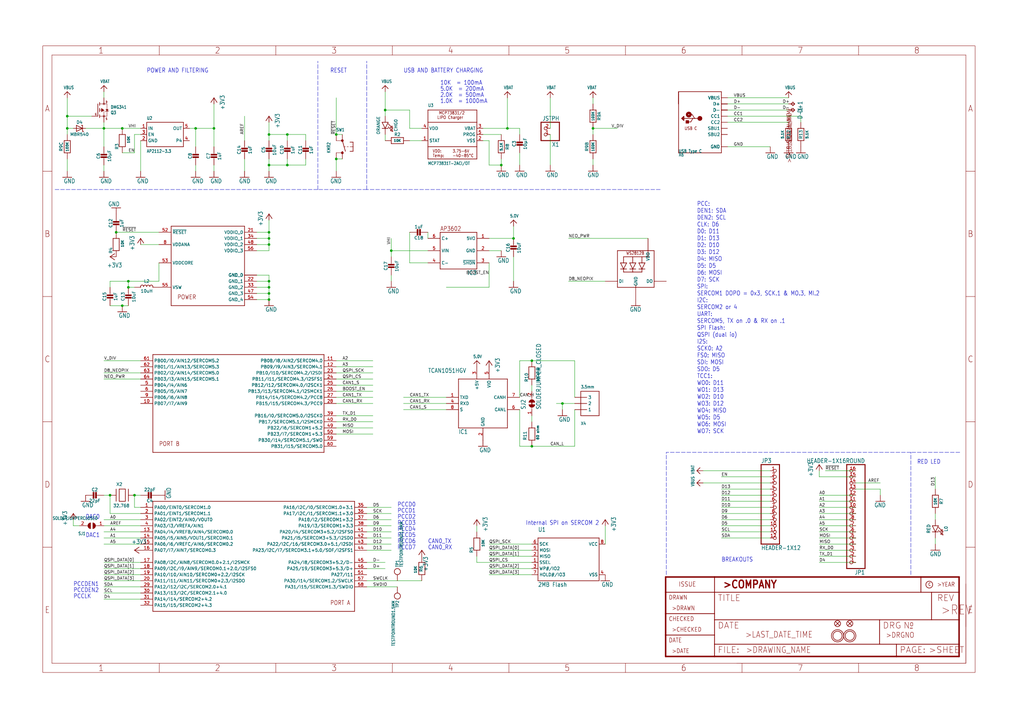
<source format=kicad_sch>
(kicad_sch (version 20211123) (generator eeschema)
  (paper "User" 425.45 299.161)
  (junction (at 119.38 68.58))
  (junction (at 111.76 55.88))
  (junction (at 53.34 119.38))
  (junction (at 111.76 124.46))
  (junction (at 111.76 119.38))
  (junction (at 53.34 116.84))
  (junction (at 119.38 55.88))
  (junction (at 48.26 96.52))
  (junction (at 111.76 96.52))
  (junction (at 111.76 116.84))
  (junction (at 208.28 68.58))
  (junction (at 27.94 53.34))
  (junction (at 111.76 99.06))
  (junction (at 45.72 205.74))
  (junction (at 55.88 205.74))
  (junction (at 139.7 55.88))
  (junction (at 162.56 104.14))
  (junction (at 246.38 53.34))
  (junction (at 220.98 185.42))
  (junction (at 43.18 53.34))
  (junction (at 220.98 149.86))
  (junction (at 213.36 99.06))
  (junction (at 111.76 121.92))
  (junction (at 27.94 48.26))
  (junction (at 160.02 45.72))
  (junction (at 210.82 53.34))
  (junction (at 88.9 53.34))
  (junction (at 111.76 68.58))
  (junction (at 50.8 53.34))
  (junction (at 233.68 167.64))
  (junction (at 81.28 53.34))
  (junction (at 111.76 101.6))
  (junction (at 139.7 66.04))
  (junction (at 50.8 127))
  (wire (pts (xy 220.98 175.26) (xy 220.98 172.72)))
  (wire (pts (xy 53.34 127) (xy 50.8 127)))
  (wire (pts (xy 88.9 53.34) (xy 88.9 60.96)))
  (wire (pts (xy 139.7 160.02) (xy 154.94 160.02)))
  (wire (pts (xy 111.76 124.46) (xy 111.76 121.92)))
  (wire (pts (xy 58.42 58.42) (xy 58.42 71.12)))
  (wire (pts (xy 238.76 149.86) (xy 238.76 165.1)))
  (wire (pts (xy 365.76 203.2) (xy 365.76 205.74)))
  (wire (pts (xy 53.34 116.84) (xy 53.34 119.38)))
  (wire (pts (xy 160.02 48.26) (xy 160.02 45.72)))
  (wire (pts (xy 238.76 167.64) (xy 233.68 167.64)))
  (wire (pts (xy 152.4 215.9) (xy 162.56 215.9)))
  (wire (pts (xy 152.4 233.68) (xy 160.02 233.68)))
  (wire (pts (xy 299.72 223.52) (xy 320.04 223.52)))
  (wire (pts (xy 43.18 218.44) (xy 58.42 218.44)))
  (wire (pts (xy 213.36 99.06) (xy 213.36 93.98)))
  (wire (pts (xy 203.2 228.6) (xy 220.98 228.6)))
  (polyline (pts (xy 276.86 238.76) (xy 276.86 187.96)))
  (wire (pts (xy 139.7 154.94) (xy 154.94 154.94)))
  (wire (pts (xy 228.6 40.64) (xy 228.6 53.34)))
  (wire (pts (xy 160.02 45.72) (xy 170.18 45.72)))
  (wire (pts (xy 66.04 116.84) (xy 66.04 109.22)))
  (polyline (pts (xy 398.78 187.96) (xy 378.46 187.96)))
  (wire (pts (xy 332.74 48.26) (xy 332.74 50.8)))
  (wire (pts (xy 45.72 116.84) (xy 45.72 119.38)))
  (wire (pts (xy 220.98 185.42) (xy 238.76 185.42)))
  (wire (pts (xy 340.36 231.14) (xy 355.6 231.14)))
  (polyline (pts (xy 378.46 187.96) (xy 276.86 187.96)))
  (wire (pts (xy 111.76 71.12) (xy 111.76 68.58)))
  (wire (pts (xy 66.04 96.52) (xy 48.26 96.52)))
  (wire (pts (xy 203.2 68.58) (xy 208.28 68.58)))
  (wire (pts (xy 139.7 167.64) (xy 154.94 167.64)))
  (wire (pts (xy 106.68 101.6) (xy 111.76 101.6)))
  (wire (pts (xy 101.6 58.42) (xy 101.6 48.26)))
  (wire (pts (xy 139.7 40.64) (xy 139.7 55.88)))
  (wire (pts (xy 320.04 203.2) (xy 299.72 203.2)))
  (wire (pts (xy 58.42 243.84) (xy 43.18 243.84)))
  (wire (pts (xy 213.36 106.68) (xy 213.36 116.84)))
  (wire (pts (xy 302.26 50.8) (xy 327.66 50.8)))
  (wire (pts (xy 238.76 170.18) (xy 238.76 185.42)))
  (wire (pts (xy 139.7 162.56) (xy 154.94 162.56)))
  (wire (pts (xy 170.18 53.34) (xy 175.26 53.34)))
  (wire (pts (xy 160.02 38.1) (xy 160.02 45.72)))
  (wire (pts (xy 320.04 200.66) (xy 292.1 200.66)))
  (wire (pts (xy 139.7 177.8) (xy 154.94 177.8)))
  (wire (pts (xy 302.26 48.26) (xy 332.74 48.26)))
  (wire (pts (xy 106.68 114.3) (xy 111.76 114.3)))
  (wire (pts (xy 43.18 68.58) (xy 43.18 71.12)))
  (wire (pts (xy 55.88 210.82) (xy 58.42 210.82)))
  (wire (pts (xy 327.66 40.64) (xy 302.26 40.64)))
  (wire (pts (xy 58.42 220.98) (xy 43.18 220.98)))
  (wire (pts (xy 220.98 162.56) (xy 220.98 160.02)))
  (wire (pts (xy 139.7 157.48) (xy 154.94 157.48)))
  (wire (pts (xy 139.7 175.26) (xy 154.94 175.26)))
  (wire (pts (xy 152.4 241.3) (xy 175.26 241.3)))
  (wire (pts (xy 88.9 68.58) (xy 88.9 71.12)))
  (wire (pts (xy 198.12 233.68) (xy 220.98 233.68)))
  (wire (pts (xy 106.68 96.52) (xy 111.76 96.52)))
  (wire (pts (xy 388.62 213.36) (xy 388.62 215.9)))
  (wire (pts (xy 162.56 213.36) (xy 152.4 213.36)))
  (wire (pts (xy 233.68 167.64) (xy 233.68 170.18)))
  (wire (pts (xy 55.88 205.74) (xy 55.88 210.82)))
  (wire (pts (xy 208.28 104.14) (xy 203.2 104.14)))
  (wire (pts (xy 162.56 104.14) (xy 162.56 99.06)))
  (wire (pts (xy 101.6 66.04) (xy 101.6 71.12)))
  (wire (pts (xy 299.72 198.12) (xy 320.04 198.12)))
  (wire (pts (xy 170.18 109.22) (xy 170.18 96.52)))
  (wire (pts (xy 340.36 233.68) (xy 355.6 233.68)))
  (wire (pts (xy 45.72 127) (xy 50.8 127)))
  (wire (pts (xy 139.7 152.4) (xy 154.94 152.4)))
  (wire (pts (xy 302.26 43.18) (xy 327.66 43.18)))
  (wire (pts (xy 215.9 55.88) (xy 215.9 53.34)))
  (wire (pts (xy 139.7 149.86) (xy 154.94 149.86)))
  (wire (pts (xy 355.6 203.2) (xy 365.76 203.2)))
  (wire (pts (xy 43.18 50.8) (xy 43.18 53.34)))
  (wire (pts (xy 119.38 58.42) (xy 119.38 55.88)))
  (wire (pts (xy 251.46 218.44) (xy 251.46 226.06)))
  (wire (pts (xy 27.94 71.12) (xy 27.94 66.04)))
  (wire (pts (xy 38.1 48.26) (xy 27.94 48.26)))
  (wire (pts (xy 58.42 101.6) (xy 66.04 101.6)))
  (wire (pts (xy 355.6 205.74) (xy 340.36 205.74)))
  (wire (pts (xy 320.04 208.28) (xy 299.72 208.28)))
  (wire (pts (xy 50.8 63.5) (xy 55.88 63.5)))
  (wire (pts (xy 167.64 167.64) (xy 185.42 167.64)))
  (wire (pts (xy 215.9 53.34) (xy 210.82 53.34)))
  (wire (pts (xy 340.36 213.36) (xy 355.6 213.36)))
  (wire (pts (xy 43.18 241.3) (xy 58.42 241.3)))
  (wire (pts (xy 355.6 223.52) (xy 340.36 223.52)))
  (wire (pts (xy 58.42 213.36) (xy 45.72 213.36)))
  (wire (pts (xy 139.7 165.1) (xy 154.94 165.1)))
  (wire (pts (xy 198.12 231.14) (xy 198.12 233.68)))
  (wire (pts (xy 111.76 99.06) (xy 111.76 101.6)))
  (wire (pts (xy 111.76 58.42) (xy 111.76 55.88)))
  (wire (pts (xy 340.36 198.12) (xy 355.6 198.12)))
  (wire (pts (xy 58.42 154.94) (xy 43.18 154.94)))
  (wire (pts (xy 160.02 55.88) (xy 160.02 58.42)))
  (wire (pts (xy 162.56 218.44) (xy 152.4 218.44)))
  (wire (pts (xy 111.76 55.88) (xy 111.76 50.8)))
  (wire (pts (xy 139.7 172.72) (xy 154.94 172.72)))
  (wire (pts (xy 27.94 48.26) (xy 27.94 40.64)))
  (wire (pts (xy 162.56 116.84) (xy 162.56 114.3)))
  (wire (pts (xy 55.88 205.74) (xy 58.42 205.74)))
  (wire (pts (xy 106.68 119.38) (xy 111.76 119.38)))
  (wire (pts (xy 220.98 231.14) (xy 203.2 231.14)))
  (wire (pts (xy 43.18 53.34) (xy 43.18 60.96)))
  (wire (pts (xy 88.9 53.34) (xy 88.9 43.18)))
  (wire (pts (xy 292.1 195.58) (xy 320.04 195.58)))
  (wire (pts (xy 43.18 236.22) (xy 58.42 236.22)))
  (wire (pts (xy 355.6 200.66) (xy 365.76 200.66)))
  (wire (pts (xy 215.9 185.42) (xy 215.9 170.18)))
  (wire (pts (xy 215.9 63.5) (xy 215.9 68.58)))
  (wire (pts (xy 340.36 218.44) (xy 355.6 218.44)))
  (wire (pts (xy 119.38 55.88) (xy 127 55.88)))
  (polyline (pts (xy 132.08 78.74) (xy 132.08 25.4)))
  (wire (pts (xy 66.04 116.84) (xy 53.34 116.84)))
  (wire (pts (xy 340.36 208.28) (xy 355.6 208.28)))
  (wire (pts (xy 320.04 213.36) (xy 299.72 213.36)))
  (wire (pts (xy 177.8 99.06) (xy 177.8 96.52)))
  (wire (pts (xy 220.98 185.42) (xy 215.9 185.42)))
  (wire (pts (xy 111.76 114.3) (xy 111.76 116.84)))
  (polyline (pts (xy 152.4 78.74) (xy 132.08 78.74)))
  (wire (pts (xy 139.7 180.34) (xy 154.94 180.34)))
  (wire (pts (xy 388.62 223.52) (xy 388.62 226.06)))
  (wire (pts (xy 139.7 71.12) (xy 139.7 66.04)))
  (wire (pts (xy 81.28 68.58) (xy 81.28 71.12)))
  (wire (pts (xy 58.42 223.52) (xy 43.18 223.52)))
  (wire (pts (xy 200.66 55.88) (xy 208.28 55.88)))
  (wire (pts (xy 246.38 40.64) (xy 246.38 43.18)))
  (wire (pts (xy 33.02 218.44) (xy 30.48 218.44)))
  (wire (pts (xy 299.72 210.82) (xy 320.04 210.82)))
  (wire (pts (xy 388.62 203.2) (xy 388.62 198.12)))
  (wire (pts (xy 200.66 58.42) (xy 203.2 58.42)))
  (wire (pts (xy 246.38 53.34) (xy 256.54 53.34)))
  (wire (pts (xy 55.88 55.88) (xy 58.42 55.88)))
  (wire (pts (xy 119.38 55.88) (xy 111.76 55.88)))
  (wire (pts (xy 43.18 38.1) (xy 43.18 40.64)))
  (wire (pts (xy 152.4 220.98) (xy 162.56 220.98)))
  (wire (pts (xy 111.76 68.58) (xy 111.76 66.04)))
  (wire (pts (xy 43.18 205.74) (xy 45.72 205.74)))
  (wire (pts (xy 111.76 119.38) (xy 111.76 116.84)))
  (wire (pts (xy 111.76 116.84) (xy 106.68 116.84)))
  (wire (pts (xy 299.72 205.74) (xy 320.04 205.74)))
  (wire (pts (xy 58.42 215.9) (xy 43.18 215.9)))
  (wire (pts (xy 210.82 40.64) (xy 210.82 53.34)))
  (wire (pts (xy 30.48 218.44) (xy 30.48 215.9)))
  (wire (pts (xy 127 68.58) (xy 119.38 68.58)))
  (polyline (pts (xy 378.46 238.76) (xy 378.46 187.96)))
  (wire (pts (xy 162.56 228.6) (xy 152.4 228.6)))
  (wire (pts (xy 165.1 243.84) (xy 152.4 243.84)))
  (wire (pts (xy 220.98 236.22) (xy 203.2 236.22)))
  (wire (pts (xy 320.04 218.44) (xy 299.72 218.44)))
  (wire (pts (xy 106.68 124.46) (xy 111.76 124.46)))
  (wire (pts (xy 35.56 53.34) (xy 43.18 53.34)))
  (wire (pts (xy 106.68 99.06) (xy 111.76 99.06)))
  (wire (pts (xy 58.42 248.92) (xy 43.18 248.92)))
  (wire (pts (xy 203.2 99.06) (xy 213.36 99.06)))
  (wire (pts (xy 127 55.88) (xy 127 58.42)))
  (wire (pts (xy 152.4 210.82) (xy 162.56 210.82)))
  (wire (pts (xy 55.88 63.5) (xy 55.88 55.88)))
  (wire (pts (xy 43.18 246.38) (xy 58.42 246.38)))
  (wire (pts (xy 228.6 68.58) (xy 228.6 55.88)))
  (wire (pts (xy 111.76 99.06) (xy 111.76 96.52)))
  (wire (pts (xy 269.24 99.06) (xy 236.22 99.06)))
  (wire (pts (xy 106.68 104.14) (xy 111.76 104.14)))
  (wire (pts (xy 299.72 215.9) (xy 320.04 215.9)))
  (wire (pts (xy 185.42 165.1) (xy 167.64 165.1)))
  (wire (pts (xy 233.68 167.64) (xy 231.14 167.64)))
  (wire (pts (xy 111.76 96.52) (xy 111.76 91.44)))
  (polyline (pts (xy 22.86 78.74) (xy 132.08 78.74)))
  (wire (pts (xy 50.8 53.34) (xy 43.18 53.34)))
  (wire (pts (xy 251.46 116.84) (xy 236.22 116.84)))
  (wire (pts (xy 43.18 238.76) (xy 58.42 238.76)))
  (wire (pts (xy 81.28 60.96) (xy 81.28 53.34)))
  (wire (pts (xy 58.42 53.34) (xy 50.8 53.34)))
  (wire (pts (xy 139.7 55.88) (xy 142.24 55.88)))
  (wire (pts (xy 58.42 233.68) (xy 43.18 233.68)))
  (wire (pts (xy 170.18 58.42) (xy 175.26 58.42)))
  (wire (pts (xy 27.94 53.34) (xy 27.94 48.26)))
  (wire (pts (xy 320.04 60.96) (xy 302.26 60.96)))
  (wire (pts (xy 119.38 68.58) (xy 111.76 68.58)))
  (wire (pts (xy 142.24 66.04) (xy 139.7 66.04)))
  (wire (pts (xy 30.48 53.34) (xy 27.94 53.34)))
  (wire (pts (xy 246.38 68.58) (xy 246.38 66.04)))
  (wire (pts (xy 203.2 58.42) (xy 203.2 68.58)))
  (wire (pts (xy 208.28 66.04) (xy 208.28 68.58)))
  (wire (pts (xy 119.38 68.58) (xy 119.38 66.04)))
  (wire (pts (xy 355.6 195.58) (xy 342.9 195.58)))
  (wire (pts (xy 220.98 149.86) (xy 238.76 149.86)))
  (wire (pts (xy 162.56 223.52) (xy 152.4 223.52)))
  (wire (pts (xy 152.4 236.22) (xy 160.02 236.22)))
  (wire (pts (xy 111.76 104.14) (xy 111.76 101.6)))
  (wire (pts (xy 43.18 226.06) (xy 58.42 226.06)))
  (wire (pts (xy 55.88 119.38) (xy 53.34 119.38)))
  (wire (pts (xy 246.38 53.34) (xy 246.38 55.88)))
  (wire (pts (xy 215.9 149.86) (xy 215.9 165.1)))
  (wire (pts (xy 58.42 149.86) (xy 43.18 149.86)))
  (wire (pts (xy 302.26 45.72) (xy 327.66 45.72)))
  (wire (pts (xy 81.28 53.34) (xy 88.9 53.34)))
  (wire (pts (xy 355.6 220.98) (xy 340.36 220.98)))
  (wire (pts (xy 340.36 195.58) (xy 340.36 198.12)))
  (wire (pts (xy 220.98 149.86) (xy 215.9 149.86)))
  (wire (pts (xy 127 66.04) (xy 127 68.58)))
  (wire (pts (xy 320.04 220.98) (xy 299.72 220.98)))
  (wire (pts (xy 152.4 226.06) (xy 162.56 226.06)))
  (wire (pts (xy 58.42 157.48) (xy 43.18 157.48)))
  (wire (pts (xy 53.34 116.84) (xy 45.72 116.84)))
  (wire (pts (xy 177.8 104.14) (xy 162.56 104.14)))
  (wire (pts (xy 45.72 213.36) (xy 45.72 205.74)))
  (wire (pts (xy 162.56 104.14) (xy 162.56 106.68)))
  (wire (pts (xy 177.8 109.22) (xy 170.18 109.22)))
  (wire (pts (xy 198.12 218.44) (xy 198.12 220.98)))
  (wire (pts (xy 106.68 121.92) (xy 111.76 121.92)))
  (wire (pts (xy 78.74 53.34) (xy 81.28 53.34)))
  (wire (pts (xy 220.98 226.06) (xy 203.2 226.06)))
  (wire (pts (xy 203.2 109.22) (xy 203.2 119.38)))
  (wire (pts (xy 355.6 228.6) (xy 340.36 228.6)))
  (wire (pts (xy 355.6 210.82) (xy 340.36 210.82)))
  (wire (pts (xy 27.94 55.88) (xy 27.94 53.34)))
  (wire (pts (xy 203.2 238.76) (xy 220.98 238.76)))
  (wire (pts (xy 111.76 121.92) (xy 111.76 119.38)))
  (wire (pts (xy 210.82 53.34) (xy 200.66 53.34)))
  (wire (pts (xy 203.2 119.38) (xy 185.42 119.38)))
  (wire (pts (xy 340.36 226.06) (xy 355.6 226.06)))
  (polyline (pts (xy 274.32 78.74) (xy 152.4 78.74)))
  (wire (pts (xy 355.6 215.9) (xy 340.36 215.9)))
  (wire (pts (xy 167.64 170.18) (xy 185.42 170.18)))
  (polyline (pts (xy 152.4 78.74) (xy 152.4 25.4)))
  (wire (pts (xy 170.18 45.72) (xy 170.18 53.34)))
  (text "USB AND BATTERY CHARGING" (at 167.64 30.48 180) (effects (font (size 1.778 1.5113)) (justify left bottom)))
  (text "PCCD0" (at 165.1 210.82 180) (effects (font (size 1.778 1.5113)) (justify left bottom)))
  (text "POWER AND FILTERING" (at 60.96 30.48 180) (effects (font (size 1.778 1.5113)) (justify left bottom)))
  (text "1.0K  = 1000mA" (at 182.88 43.18 180) (effects (font (size 1.778 1.5113)) (justify left bottom)))
  (text "PCCD7" (at 165.1 228.6 180) (effects (font (size 1.778 1.5113)) (justify left bottom)))
  (text "PCCD3" (at 165.1 218.44 180) (effects (font (size 1.778 1.5113)) (justify left bottom)))
  (text "Internal SPI on SERCOM 2" (at 218.44 218.44 180) (effects (font (size 1.778 1.5113)) (justify left bottom)))
  (text "CAN0_RX" (at 177.8 228.6 180) (effects (font (size 1.778 1.5113)) (justify left bottom)))
  (text "PCCD6" (at 165.1 226.06 180) (effects (font (size 1.778 1.5113)) (justify left bottom)))
  (text "PCCD5" (at 165.1 223.52 180) (effects (font (size 1.778 1.5113)) (justify left bottom)))
  (text "PCCD2" (at 165.1 215.9 180) (effects (font (size 1.778 1.5113)) (justify left bottom)))
  (text "PCCDEN1" (at 30.48 243.84 180) (effects (font (size 1.778 1.5113)) (justify left bottom)))
  (text "PCCLK" (at 30.48 248.92 180) (effects (font (size 1.778 1.5113)) (justify left bottom)))
  (text "BREAKOUTS" (at 299.72 233.68 180) (effects (font (size 1.778 1.5113)) (justify left bottom)))
  (text "DAC1" (at 35.56 223.52 180) (effects (font (size 1.778 1.5113)) (justify left bottom)))
  (text "10K  = 100mA" (at 182.88 35.56 180) (effects (font (size 1.778 1.5113)) (justify left bottom)))
  (text "2.0K  = 500mA" (at 182.88 40.64 180) (effects (font (size 1.778 1.5113)) (justify left bottom)))
  (text "CAN0_TX" (at 177.8 226.06 180) (effects (font (size 1.778 1.5113)) (justify left bottom)))
  (text "PCCD1" (at 165.1 213.36 180) (effects (font (size 1.778 1.5113)) (justify left bottom)))
  (text "RED LED" (at 381 193.04 180) (effects (font (size 1.778 1.5113)) (justify left bottom)))
  (text "DAC0" (at 35.56 215.9 180) (effects (font (size 1.778 1.5113)) (justify left bottom)))
  (text "5.0K  = 200mA" (at 182.88 38.1 180) (effects (font (size 1.778 1.5113)) (justify left bottom)))
  (text "RESET" (at 137.16 30.48 180) (effects (font (size 1.778 1.5113)) (justify left bottom)))
  (text "PCCD4" (at 165.1 220.98 180) (effects (font (size 1.778 1.5113)) (justify left bottom)))
  (text "PCC:\nDEN1: SDA\nDEN2: SCL\nCLK: D6\nD0: D11\nD1: D13\nD2: D10\nD3: D12\nD4: MISO\nD5: D5\nD6: MOSI\nD7: SCK\nSPI:\nSERCOM1 DOPO = 0x3, SCK.1 & MO.3, MI.2\nI2C:\nSERCOM2 or 4\nUART:\nSERCOM5, TX on .0 & RX on .1\nSPI Flash:\nQSPI (dual io)\nI2S:\nSCK0: A2\nFS0: MISO\nSDI: MOSI\nSDO: D5\nTCC1:\nWO0: D11\nWO1: D13\nWO2: D10\nWO3: D12\nWO4: MISO\nWO5: D5\nWO6: MOSI\nWO7: SCK" (at 289.56 180.34 180) (effects (font (size 1.778 1.5113)) (justify left bottom)))
  (text "PCCDEN2" (at 30.48 246.38 180) (effects (font (size 1.778 1.5113)) (justify left bottom)))
  (label "AREF" (at 360.68 200.66 0) (effects (font (size 1.2446 1.2446))))
  (label "D-" (at 304.8 45.72 0) (effects (font (size 1.2446 1.2446))))
  (label "CAN1_S" (at 142.24 160.02 0) (effects (font (size 1.2446 1.2446))))
  (label "QSPI_DATA[2]" (at 203.2 236.22 0) (effects (font (size 1.2446 1.2446))))
  (label "BOOST_EN" (at 142.24 162.56 0) (effects (font (size 1.2446 1.2446))))
  (label "~{RESET}" (at 139.7 55.88 90) (effects (font (size 1.2446 1.2446))))
  (label "MOSI" (at 142.24 180.34 0) (effects (font (size 1.2446 1.2446))))
  (label "VBUS" (at 304.8 40.64 0) (effects (font (size 1.2446 1.2446))))
  (label "QSPI_DATA[0]" (at 43.18 233.68 0) (effects (font (size 1.2446 1.2446))))
  (label "NEO_PWR" (at 43.18 157.48 0) (effects (font (size 1.2446 1.2446))))
  (label "D+" (at 154.94 236.22 0) (effects (font (size 1.2446 1.2446))))
  (label "QSPI_DATA[1]" (at 43.18 236.22 0) (effects (font (size 1.2446 1.2446))))
  (label "D6" (at 299.72 215.9 0) (effects (font (size 1.2446 1.2446))))
  (label "CAN_L" (at 228.6 185.42 0) (effects (font (size 1.2446 1.2446))))
  (label "D12" (at 154.94 226.06 0) (effects (font (size 1.2446 1.2446))))
  (label "D4" (at 340.36 233.68 0) (effects (font (size 1.2446 1.2446))))
  (label "SCK" (at 154.94 213.36 0) (effects (font (size 1.2446 1.2446))))
  (label "D8_NEOPIX" (at 236.22 116.84 0) (effects (font (size 1.2446 1.2446))))
  (label "~{RESET}" (at 50.8 96.52 0) (effects (font (size 1.2446 1.2446))))
  (label "D13" (at 299.72 203.2 0) (effects (font (size 1.2446 1.2446))))
  (label "A4" (at 340.36 215.9 0) (effects (font (size 1.2446 1.2446))))
  (label "CAN_H" (at 215.9 165.1 0) (effects (font (size 1.2446 1.2446))))
  (label "QSPI_CS" (at 142.24 157.48 0) (effects (font (size 1.2446 1.2446))))
  (label "SWCLK" (at 154.94 241.3 0) (effects (font (size 1.2446 1.2446))))
  (label "AREF" (at 45.72 218.44 0) (effects (font (size 1.2446 1.2446))))
  (label "QSPI_SCK" (at 203.2 226.06 0) (effects (font (size 1.2446 1.2446))))
  (label "EN" (at 299.72 198.12 0) (effects (font (size 1.2446 1.2446))))
  (label "BOOST_EN" (at 203.2 114.3 180) (effects (font (size 1.2446 1.2446))))
  (label "V_DIV" (at 254 53.34 0) (effects (font (size 1.2446 1.2446))))
  (label "D8_NEOPIX" (at 43.18 154.94 0) (effects (font (size 1.2446 1.2446))))
  (label "QSPI_DATA[2]" (at 43.18 238.76 0) (effects (font (size 1.2446 1.2446))))
  (label "VHI" (at 162.56 101.6 90) (effects (font (size 1.2446 1.2446))))
  (label "EN" (at 53.34 63.5 0) (effects (font (size 1.2446 1.2446))))
  (label "SDA" (at 43.18 243.84 0) (effects (font (size 1.2446 1.2446))))
  (label "SDA" (at 299.72 223.52 0) (effects (font (size 1.2446 1.2446))))
  (label "V_DIV" (at 43.18 149.86 0) (effects (font (size 1.2446 1.2446))))
  (label "D9" (at 299.72 213.36 0) (effects (font (size 1.2446 1.2446))))
  (label "SCL" (at 299.72 220.98 0) (effects (font (size 1.2446 1.2446))))
  (label "D11" (at 299.72 208.28 0) (effects (font (size 1.2446 1.2446))))
  (label "QSPI_DATA[0]" (at 203.2 228.6 0) (effects (font (size 1.2446 1.2446))))
  (label "~{RESET}" (at 342.9 195.58 0) (effects (font (size 1.2446 1.2446))))
  (label "AREF" (at 101.6 55.88 90) (effects (font (size 1.2446 1.2446))))
  (label "A1" (at 340.36 208.28 0) (effects (font (size 1.2446 1.2446))))
  (label "CAN1_RX" (at 142.24 167.64 0) (effects (font (size 1.2446 1.2446))))
  (label "CAN1_S" (at 170.18 170.18 0) (effects (font (size 1.2446 1.2446))))
  (label "NEO_PWR" (at 236.22 99.06 0) (effects (font (size 1.2446 1.2446))))
  (label "TX_D1" (at 142.24 172.72 0) (effects (font (size 1.2446 1.2446))))
  (label "D13" (at 154.94 228.6 0) (effects (font (size 1.2446 1.2446))))
  (label "MOSI" (at 340.36 223.52 0) (effects (font (size 1.2446 1.2446))))
  (label "D13" (at 388.62 198.12 270) (effects (font (size 1.2446 1.2446))))
  (label "D5" (at 154.94 210.82 0) (effects (font (size 1.2446 1.2446))))
  (label "A4" (at 45.72 220.98 0) (effects (font (size 1.2446 1.2446))))
  (label "D10" (at 154.94 220.98 0) (effects (font (size 1.2446 1.2446))))
  (label "QSPI_DATA[1]" (at 203.2 231.14 0) (effects (font (size 1.2446 1.2446))))
  (label "CAN1_TX" (at 170.18 165.1 0) (effects (font (size 1.2446 1.2446))))
  (label "D11" (at 154.94 223.52 0) (effects (font (size 1.2446 1.2446))))
  (label "SWDIO" (at 154.94 243.84 0) (effects (font (size 1.2446 1.2446))))
  (label "D-" (at 154.94 233.68 0) (effects (font (size 1.2446 1.2446))))
  (label "D+" (at 325.12 43.18 0) (effects (font (size 1.2446 1.2446))))
  (label "D-" (at 325.12 45.72 0) (effects (font (size 1.2446 1.2446))))
  (label "A1" (at 45.72 223.52 0) (effects (font (size 1.2446 1.2446))))
  (label "TX_D1" (at 340.36 231.14 0) (effects (font (size 1.2446 1.2446))))
  (label "D5" (at 299.72 218.44 0) (effects (font (size 1.2446 1.2446))))
  (label "CAN1_RX" (at 170.18 167.64 0) (effects (font (size 1.2446 1.2446))))
  (label "CAN1_TX" (at 142.24 165.1 0) (effects (font (size 1.2446 1.2446))))
  (label "D12" (at 299.72 205.74 0) (effects (font (size 1.2446 1.2446))))
  (label "QSPI_SCK" (at 142.24 154.94 0) (effects (font (size 1.2446 1.2446))))
  (label "D+" (at 304.8 43.18 0) (effects (font (size 1.2446 1.2446))))
  (label "D4" (at 43.18 248.92 0) (effects (font (size 1.2446 1.2446))))
  (label "A5" (at 45.72 226.06 0) (effects (font (size 1.2446 1.2446))))
  (label "A0" (at 45.72 215.9 0) (effects (font (size 1.2446 1.2446))))
  (label "QSPI_DATA[3]" (at 43.18 241.3 0) (effects (font (size 1.2446 1.2446))))
  (label "D6" (at 154.94 215.9 0) (effects (font (size 1.2446 1.2446))))
  (label "CC2" (at 304.8 50.8 0) (effects (font (size 1.2446 1.2446))))
  (label "A5" (at 340.36 218.44 0) (effects (font (size 1.2446 1.2446))))
  (label "QSPI_CS" (at 203.2 233.68 0) (effects (font (size 1.2446 1.2446))))
  (label "CC1" (at 304.8 48.26 0) (effects (font (size 1.2446 1.2446))))
  (label "RX_D0" (at 340.36 228.6 0) (effects (font (size 1.2446 1.2446))))
  (label "A3" (at 142.24 152.4 0) (effects (font (size 1.2446 1.2446))))
  (label "A3" (at 340.36 213.36 0) (effects (font (size 1.2446 1.2446))))
  (label "QSPI_DATA[3]" (at 203.2 238.76 0) (effects (font (size 1.2446 1.2446))))
  (label "D10" (at 299.72 210.82 0) (effects (font (size 1.2446 1.2446))))
  (label "RX_D0" (at 142.24 175.26 0) (effects (font (size 1.2446 1.2446))))
  (label "A2" (at 142.24 149.86 0) (effects (font (size 1.2446 1.2446))))
  (label "D9" (at 154.94 218.44 0) (effects (font (size 1.2446 1.2446))))
  (label "A0" (at 340.36 205.74 0) (effects (font (size 1.2446 1.2446))))
  (label "A2" (at 340.36 210.82 0) (effects (font (size 1.2446 1.2446))))
  (label "MISO" (at 142.24 177.8 0) (effects (font (size 1.2446 1.2446))))
  (label "SCK" (at 340.36 220.98 0) (effects (font (size 1.2446 1.2446))))
  (label "VHI" (at 53.34 53.34 0) (effects (font (size 1.2446 1.2446))))
  (label "MISO" (at 340.36 226.06 0) (effects (font (size 1.2446 1.2446))))
  (label "SCL" (at 43.18 246.38 0) (effects (font (size 1.2446 1.2446))))
  (label "GND" (at 304.8 60.96 0) (effects (font (size 1.2446 1.2446))))
  (symbol (lib_id "Adafruit Feather M4 Express CAN-eagle-import:GND") (at 365.76 208.28 0) (unit 1)
    (property "Reference" "#GND4" (effects hide))
    (property "Value" "GND" (at 363.22 210.82 0) (effects (font (size 1.778 1.5113)) (justify left bottom)))
    (property "Footprint" "Adafruit Feather M4 Express CAN:" (effects hide))
  )
  (symbol (lib_id "Adafruit Feather M4 Express CAN-eagle-import:GND") (at 43.18 73.66 0) (unit 1)
    (property "Reference" "#U$27" (effects hide))
    (property "Value" "GND" (at 41.656 76.2 0) (effects (font (size 1.778 1.5113)) (justify left bottom)))
    (property "Footprint" "Adafruit Feather M4 Express CAN:" (effects hide))
  )
  (symbol (lib_id "Adafruit Feather M4 Express CAN-eagle-import:+3V3") (at 203.2 149.86 0) (mirror y) (unit 1)
    (property "Reference" "#+3V13" (effects hide))
    (property "Value" "+3V3" (at 205.74 154.94 90) (effects (font (size 1.778 1.5113)) (justify left bottom)))
    (property "Footprint" "Adafruit Feather M4 Express CAN:" (effects hide))
  )
  (symbol (lib_id "Adafruit Feather M4 Express CAN-eagle-import:VBUS") (at 27.94 38.1 0) (unit 1)
    (property "Reference" "#U$15" (effects hide))
    (property "Value" "VBUS" (at 26.416 37.084 0) (effects (font (size 1.27 1.0795)) (justify left bottom)))
    (property "Footprint" "Adafruit Feather M4 Express CAN:" (effects hide))
  )
  (symbol (lib_id "Adafruit Feather M4 Express CAN-eagle-import:CAP_CERAMIC0805-NOOUTLINE") (at 215.9 60.96 0) (unit 1)
    (property "Reference" "C3" (at 213.61 59.71 90))
    (property "Value" "10µF" (at 218.2 59.71 90))
    (property "Footprint" "Adafruit Feather M4 Express CAN:0805-NO" (effects hide))
  )
  (symbol (lib_id "Adafruit Feather M4 Express CAN-eagle-import:ATSAMD51J") (at 86.36 111.76 0) (unit 3)
    (property "Reference" "U$14" (effects hide))
    (property "Value" "ATSAMD51J" (effects hide))
    (property "Footprint" "Adafruit Feather M4 Express CAN:PQFN64-1" (effects hide))
  )
  (symbol (lib_id "Adafruit Feather M4 Express CAN-eagle-import:+3V3") (at 45.72 106.68 90) (unit 1)
    (property "Reference" "#+3V9" (effects hide))
    (property "Value" "+3V3" (at 50.8 109.22 90) (effects (font (size 1.778 1.5113)) (justify left bottom)))
    (property "Footprint" "Adafruit Feather M4 Express CAN:" (effects hide))
  )
  (symbol (lib_id "Adafruit Feather M4 Express CAN-eagle-import:CAP_CERAMIC0603_NO") (at 127 63.5 0) (unit 1)
    (property "Reference" "C11" (at 124.71 62.25 90))
    (property "Value" "1uF" (at 129.3 62.25 90))
    (property "Footprint" "Adafruit Feather M4 Express CAN:0603-NO" (effects hide))
  )
  (symbol (lib_id "Adafruit Feather M4 Express CAN-eagle-import:DIODE-SCHOTTKYSOD-123") (at 33.02 53.34 0) (unit 1)
    (property "Reference" "D4" (at 33.02 50.8 0))
    (property "Value" "MBR540" (at 33.02 55.84 0))
    (property "Footprint" "Adafruit Feather M4 Express CAN:SOD-123" (effects hide))
  )
  (symbol (lib_id "Adafruit Feather M4 Express CAN-eagle-import:+3V3") (at 111.76 48.26 0) (mirror y) (unit 1)
    (property "Reference" "#+3V2" (effects hide))
    (property "Value" "+3V3" (at 114.3 53.34 90) (effects (font (size 1.778 1.5113)) (justify left bottom)))
    (property "Footprint" "Adafruit Feather M4 Express CAN:" (effects hide))
  )
  (symbol (lib_id "Adafruit Feather M4 Express CAN-eagle-import:MCP73831{slash}2") (at 187.96 55.88 0) (unit 1)
    (property "Reference" "U3" (at 177.8 44.45 0) (effects (font (size 1.27 1.0795)) (justify left bottom)))
    (property "Value" "MCP73831T-2ACI/OT" (at 177.8 68.58 0) (effects (font (size 1.27 1.0795)) (justify left bottom)))
    (property "Footprint" "Adafruit Feather M4 Express CAN:SOT23-5" (effects hide))
  )
  (symbol (lib_id "Adafruit Feather M4 Express CAN-eagle-import:CAP_CERAMIC0805-NOOUTLINE") (at 162.56 111.76 0) (unit 1)
    (property "Reference" "C17" (at 160.27 110.51 90))
    (property "Value" "10uF" (at 164.86 110.51 90))
    (property "Footprint" "Adafruit Feather M4 Express CAN:0805-NO" (effects hide))
  )
  (symbol (lib_id "Adafruit Feather M4 Express CAN-eagle-import:GND") (at 332.74 63.5 0) (unit 1)
    (property "Reference" "#U$24" (effects hide))
    (property "Value" "GND" (at 331.216 66.04 0) (effects (font (size 1.778 1.5113)) (justify left bottom)))
    (property "Footprint" "Adafruit Feather M4 Express CAN:" (effects hide))
  )
  (symbol (lib_id "Adafruit Feather M4 Express CAN-eagle-import:+3V3") (at 30.48 213.36 0) (unit 1)
    (property "Reference" "#+3V10" (effects hide))
    (property "Value" "+3V3" (at 27.94 218.44 90) (effects (font (size 1.778 1.5113)) (justify left bottom)))
    (property "Footprint" "Adafruit Feather M4 Express CAN:" (effects hide))
  )
  (symbol (lib_id "Adafruit Feather M4 Express CAN-eagle-import:RESISTOR_4PACK_NO") (at 27.94 60.96 90) (unit 3)
    (property "Reference" "R9" (at 25.4 60.96 0))
    (property "Value" "100K" (at 27.94 60.96 0) (effects (font (size 1.016 1.016) bold)))
    (property "Footprint" "Adafruit Feather M4 Express CAN:RESPACK_4X0603_NO" (effects hide))
  )
  (symbol (lib_id "Adafruit Feather M4 Express CAN-eagle-import:RESISTOR_4PACK_NO") (at 246.38 60.96 90) (mirror x) (unit 2)
    (property "Reference" "R9" (at 243.84 60.96 0))
    (property "Value" "100K" (at 246.38 60.96 0) (effects (font (size 1.016 1.016) bold)))
    (property "Footprint" "Adafruit Feather M4 Express CAN:RESPACK_4X0603_NO" (effects hide))
  )
  (symbol (lib_id "Adafruit Feather M4 Express CAN-eagle-import:HEADER-1X12") (at 322.58 210.82 0) (unit 1)
    (property "Reference" "JP3" (at 316.23 192.405 0) (effects (font (size 1.778 1.5113)) (justify left bottom)))
    (property "Value" "HEADER-1X12" (at 316.23 228.6 0) (effects (font (size 1.778 1.5113)) (justify left bottom)))
    (property "Footprint" "Adafruit Feather M4 Express CAN:1X12_ROUND" (effects hide))
  )
  (symbol (lib_id "Adafruit Feather M4 Express CAN-eagle-import:CAP_CERAMIC0603_NO") (at 101.6 63.5 0) (unit 1)
    (property "Reference" "C14" (at 99.31 62.25 90))
    (property "Value" "1uF" (at 103.9 62.25 90))
    (property "Footprint" "Adafruit Feather M4 Express CAN:0603-NO" (effects hide))
  )
  (symbol (lib_id "Adafruit Feather M4 Express CAN-eagle-import:+3V3") (at 88.9 40.64 0) (mirror y) (unit 1)
    (property "Reference" "#+3V4" (effects hide))
    (property "Value" "+3V3" (at 91.44 45.72 90) (effects (font (size 1.778 1.5113)) (justify left bottom)))
    (property "Footprint" "Adafruit Feather M4 Express CAN:" (effects hide))
  )
  (symbol (lib_id "Adafruit Feather M4 Express CAN-eagle-import:RESISTOR_0603_NOOUT") (at 208.28 60.96 270) (unit 1)
    (property "Reference" "R8" (at 210.82 60.96 0))
    (property "Value" "5.1K" (at 208.28 60.96 0) (effects (font (size 1.016 1.016) bold)))
    (property "Footprint" "Adafruit Feather M4 Express CAN:0603-NO" (effects hide))
  )
  (symbol (lib_id "Adafruit Feather M4 Express CAN-eagle-import:+3V3") (at 111.76 88.9 0) (unit 1)
    (property "Reference" "#+3V12" (effects hide))
    (property "Value" "+3V3" (at 109.22 93.98 90) (effects (font (size 1.778 1.5113)) (justify left bottom)))
    (property "Footprint" "Adafruit Feather M4 Express CAN:" (effects hide))
  )
  (symbol (lib_id "Adafruit Feather M4 Express CAN-eagle-import:TERMBLOCK_1X3") (at 243.84 167.64 0) (mirror x) (unit 1)
    (property "Reference" "X4" (at 241.3 175.26 0) (effects (font (size 1.27 1.0795)) (justify left bottom)))
    (property "Value" "3.5mm" (at 241.3 160.02 0) (effects (font (size 1.27 1.0795)) (justify left bottom)))
    (property "Footprint" "Adafruit Feather M4 Express CAN:TERMBLOCK_1X3-3.5MM" (effects hide))
  )
  (symbol (lib_id "Adafruit Feather M4 Express CAN-eagle-import:RESISTOR_0603_NOOUT") (at 198.12 226.06 90) (unit 1)
    (property "Reference" "R5" (at 196.6214 229.87 0) (effects (justify left bottom)))
    (property "Value" "10K" (at 201.422 227.33 0) (effects (font (size 1.016 1.016) bold) (justify left bottom)))
    (property "Footprint" "Adafruit Feather M4 Express CAN:0603-NO" (effects hide))
  )
  (symbol (lib_id "Adafruit Feather M4 Express CAN-eagle-import:SOLDERJUMPER_CLOSED") (at 220.98 167.64 90) (unit 1)
    (property "Reference" "SJ2" (at 218.44 170.18 0) (effects (font (size 1.778 1.5113)) (justify left bottom)))
    (property "Value" "SOLDERJUMPER_CLOSED" (at 224.79 170.18 0) (effects (font (size 1.778 1.5113)) (justify left bottom)))
    (property "Footprint" "Adafruit Feather M4 Express CAN:SOLDERJUMPER_CLOSEDWIRE" (effects hide))
  )
  (symbol (lib_id "Adafruit Feather M4 Express CAN-eagle-import:TPB1,27") (at 330.2 43.18 270) (unit 1)
    (property "Reference" "D+1" (at 331.47 41.91 0) (effects (font (size 1.778 1.5113)) (justify left bottom)))
    (property "Value" "TPB1,27" (effects hide))
    (property "Footprint" "Adafruit Feather M4 Express CAN:B1,27" (effects hide))
  )
  (symbol (lib_id "Adafruit Feather M4 Express CAN-eagle-import:SOLDERJUMPERCLOSED") (at 38.1 218.44 180) (unit 1)
    (property "Reference" "SJ1" (at 35.56 220.98 0) (effects (font (size 1.27 1.0795)) (justify left bottom)))
    (property "Value" "SOLDERJUMPERCLOSED" (at 40.64 214.63 0) (effects (font (size 1.27 1.0795)) (justify left bottom)))
    (property "Footprint" "Adafruit Feather M4 Express CAN:SOLDERJUMPER_CLOSEDWIRE" (effects hide))
  )
  (symbol (lib_id "Adafruit Feather M4 Express CAN-eagle-import:RESISTOR_0603_NOOUT") (at 165.1 58.42 0) (unit 1)
    (property "Reference" "R2" (at 165.1 55.88 0))
    (property "Value" "10K" (at 165.1 58.42 0) (effects (font (size 1.016 1.016) bold)))
    (property "Footprint" "Adafruit Feather M4 Express CAN:0603-NO" (effects hide))
  )
  (symbol (lib_id "Adafruit Feather M4 Express CAN-eagle-import:CON_JST_PH_2PIN_BATT") (at 226.06 53.34 180) (unit 1)
    (property "Reference" "X1" (at 232.41 59.055 0) (effects (font (size 1.778 1.5113)) (justify left bottom)))
    (property "Value" "JSTPH" (at 232.41 48.26 0) (effects (font (size 1.778 1.5113)) (justify left bottom)))
    (property "Footprint" "Adafruit Feather M4 Express CAN:JSTPH2_BATT" (effects hide))
  )
  (symbol (lib_id "Adafruit Feather M4 Express CAN-eagle-import:5.0V") (at 198.12 149.86 0) (unit 1)
    (property "Reference" "#U$23" (effects hide))
    (property "Value" "5.0V" (at 196.596 148.844 0) (effects (font (size 1.27 1.0795)) (justify left bottom)))
    (property "Footprint" "Adafruit Feather M4 Express CAN:" (effects hide))
  )
  (symbol (lib_id "Adafruit Feather M4 Express CAN-eagle-import:ATSAMD51J") (at 88.9 228.6 0) (unit 1)
    (property "Reference" "U$14" (effects hide))
    (property "Value" "ATSAMD51J" (effects hide))
    (property "Footprint" "Adafruit Feather M4 Express CAN:PQFN64-1" (effects hide))
  )
  (symbol (lib_id "Adafruit Feather M4 Express CAN-eagle-import:FIDUCIAL_1MM") (at 353.06 259.08 0) (unit 1)
    (property "Reference" "U$34" (effects hide))
    (property "Value" "FIDUCIAL_1MM" (effects hide))
    (property "Footprint" "Adafruit Feather M4 Express CAN:FIDUCIAL_1MM" (effects hide))
  )
  (symbol (lib_id "Adafruit Feather M4 Express CAN-eagle-import:SWITCH_TACT_SMT4.6X2.8") (at 142.24 60.96 270) (unit 1)
    (property "Reference" "SW1" (at 139.7 54.61 90) (effects (font (size 1.27 1.0795)) (justify left bottom)))
    (property "Value" "KMR2" (at 135.89 59.055 0) (effects (font (size 1.27 1.0795)) (justify left bottom)))
    (property "Footprint" "Adafruit Feather M4 Express CAN:BTN_KMR2_4.6X2.8" (effects hide))
  )
  (symbol (lib_id "Adafruit Feather M4 Express CAN-eagle-import:GND") (at 388.62 228.6 0) (mirror y) (unit 1)
    (property "Reference" "#GND10" (effects hide))
    (property "Value" "GND" (at 391.16 231.14 0) (effects (font (size 1.778 1.5113)) (justify left bottom)))
    (property "Footprint" "Adafruit Feather M4 Express CAN:" (effects hide))
  )
  (symbol (lib_id "Adafruit Feather M4 Express CAN-eagle-import:GND") (at 111.76 73.66 0) (unit 1)
    (property "Reference" "#U$11" (effects hide))
    (property "Value" "GND" (at 110.236 76.2 0) (effects (font (size 1.778 1.5113)) (justify left bottom)))
    (property "Footprint" "Adafruit Feather M4 Express CAN:" (effects hide))
  )
  (symbol (lib_id "Adafruit Feather M4 Express CAN-eagle-import:RESISTOR_0603_NOOUT") (at 388.62 208.28 270) (unit 1)
    (property "Reference" "R7" (at 391.16 208.28 0))
    (property "Value" "10K" (at 388.62 208.28 0) (effects (font (size 1.016 1.016) bold)))
    (property "Footprint" "Adafruit Feather M4 Express CAN:0603-NO" (effects hide))
  )
  (symbol (lib_id "Adafruit Feather M4 Express CAN-eagle-import:GND") (at 208.28 106.68 0) (unit 1)
    (property "Reference" "#U$43" (effects hide))
    (property "Value" "GND" (at 206.756 109.22 0) (effects (font (size 1.778 1.5113)) (justify left bottom)))
    (property "Footprint" "Adafruit Feather M4 Express CAN:" (effects hide))
  )
  (symbol (lib_id "Adafruit Feather M4 Express CAN-eagle-import:FRAME_A4") (at 276.86 274.32 0) (unit 2)
    (property "Reference" "#FRAME1" (effects hide))
    (property "Value" "FRAME_A4" (effects hide))
    (property "Footprint" "Adafruit Feather M4 Express CAN:" (effects hide))
  )
  (symbol (lib_id "Adafruit Feather M4 Express CAN-eagle-import:GND") (at 200.66 185.42 0) (unit 1)
    (property "Reference" "#U$4" (effects hide))
    (property "Value" "GND" (at 199.136 187.96 0) (effects (font (size 1.778 1.5113)) (justify left bottom)))
    (property "Footprint" "Adafruit Feather M4 Express CAN:" (effects hide))
  )
  (symbol (lib_id "Adafruit Feather M4 Express CAN-eagle-import:MOUNTINGHOLE2.5") (at 353.06 264.16 0) (unit 1)
    (property "Reference" "U$32" (effects hide))
    (property "Value" "MOUNTINGHOLE2.5" (effects hide))
    (property "Footprint" "Adafruit Feather M4 Express CAN:MOUNTINGHOLE_2.5_PLATED" (effects hide))
  )
  (symbol (lib_id "Adafruit Feather M4 Express CAN-eagle-import:+3V3") (at 175.26 228.6 0) (mirror y) (unit 1)
    (property "Reference" "#+3V7" (effects hide))
    (property "Value" "+3V3" (at 177.8 231.14 90) (effects (font (size 1.778 1.5113)) (justify right top)))
    (property "Footprint" "Adafruit Feather M4 Express CAN:" (effects hide))
  )
  (symbol (lib_id "Adafruit Feather M4 Express CAN-eagle-import:MOSFET-P") (at 43.18 45.72 0) (mirror x) (unit 1)
    (property "Reference" "Q3" (at 45.974 46.101 0) (effects (font (size 1.27 1.0795)) (justify left bottom)))
    (property "Value" "DMG341" (at 45.974 43.815 0) (effects (font (size 1.27 1.0795)) (justify left bottom)))
    (property "Footprint" "Adafruit Feather M4 Express CAN:SOT23-R" (effects hide))
  )
  (symbol (lib_id "Adafruit Feather M4 Express CAN-eagle-import:CAP_CERAMIC_0805MP") (at 213.36 104.14 0) (unit 1)
    (property "Reference" "C16" (at 211.07 102.89 90))
    (property "Value" "10uF" (at 215.66 102.89 90))
    (property "Footprint" "Adafruit Feather M4 Express CAN:_0805MP" (effects hide))
  )
  (symbol (lib_id "Adafruit Feather M4 Express CAN-eagle-import:VREG_SOT23-5") (at 68.58 55.88 0) (unit 1)
    (property "Reference" "U2" (at 60.96 49.784 0) (effects (font (size 1.27 1.0795)) (justify left bottom)))
    (property "Value" "AP2112-3.3" (at 60.96 63.5 0) (effects (font (size 1.27 1.0795)) (justify left bottom)))
    (property "Footprint" "Adafruit Feather M4 Express CAN:SOT23-5@1" (effects hide))
  )
  (symbol (lib_id "Adafruit Feather M4 Express CAN-eagle-import:CAP_CERAMIC0603_NO") (at 88.9 66.04 0) (unit 1)
    (property "Reference" "C7" (at 86.61 64.79 90))
    (property "Value" "1uF" (at 91.2 64.79 90))
    (property "Footprint" "Adafruit Feather M4 Express CAN:0603-NO" (effects hide))
  )
  (symbol (lib_id "Adafruit Feather M4 Express CAN-eagle-import:CAP_CERAMIC0603_NO") (at 48.26 93.98 0) (unit 1)
    (property "Reference" "C12" (at 45.97 92.73 90))
    (property "Value" "1uF" (at 50.56 92.73 90))
    (property "Footprint" "Adafruit Feather M4 Express CAN:0603-NO" (effects hide))
  )
  (symbol (lib_id "Adafruit Feather M4 Express CAN-eagle-import:GND") (at 111.76 127 0) (unit 1)
    (property "Reference" "#U$18" (effects hide))
    (property "Value" "GND" (at 110.236 129.54 0) (effects (font (size 1.778 1.5113)) (justify left bottom)))
    (property "Footprint" "Adafruit Feather M4 Express CAN:" (effects hide))
  )
  (symbol (lib_id "Adafruit Feather M4 Express CAN-eagle-import:GND") (at 208.28 71.12 0) (unit 1)
    (property "Reference" "#U$36" (effects hide))
    (property "Value" "GND" (at 206.756 73.66 0) (effects (font (size 1.778 1.5113)) (justify left bottom)))
    (property "Footprint" "Adafruit Feather M4 Express CAN:" (effects hide))
  )
  (symbol (lib_id "Adafruit Feather M4 Express CAN-eagle-import:GND") (at 27.94 73.66 0) (unit 1)
    (property "Reference" "#U$25" (effects hide))
    (property "Value" "GND" (at 26.416 76.2 0) (effects (font (size 1.778 1.5113)) (justify left bottom)))
    (property "Footprint" "Adafruit Feather M4 Express CAN:" (effects hide))
  )
  (symbol (lib_id "Adafruit Feather M4 Express CAN-eagle-import:CAP_CERAMIC0603_NO") (at 38.1 205.74 270) (unit 1)
    (property "Reference" "C2" (at 39.35 203.45 90))
    (property "Value" "22pF" (at 39.35 208.04 90))
    (property "Footprint" "Adafruit Feather M4 Express CAN:0603-NO" (effects hide))
  )
  (symbol (lib_id "Adafruit Feather M4 Express CAN-eagle-import:VBAT") (at 228.6 38.1 0) (unit 1)
    (property "Reference" "#U$16" (effects hide))
    (property "Value" "VBAT" (at 227.076 37.084 0) (effects (font (size 1.27 1.0795)) (justify left bottom)))
    (property "Footprint" "Adafruit Feather M4 Express CAN:" (effects hide))
  )
  (symbol (lib_id "Adafruit Feather M4 Express CAN-eagle-import:LED0603_NOOUTLINE") (at 160.02 53.34 270) (unit 1)
    (property "Reference" "CHG0" (at 164.465 52.07 0))
    (property "Value" "ORANGE" (at 157.226 52.07 0))
    (property "Footprint" "Adafruit Feather M4 Express CAN:CHIPLED_0603_NOOUTLINE" (effects hide))
  )
  (symbol (lib_id "Adafruit Feather M4 Express CAN-eagle-import:GND") (at 48.26 86.36 180) (unit 1)
    (property "Reference" "#U$3" (effects hide))
    (property "Value" "GND" (at 49.784 83.82 0) (effects (font (size 1.778 1.5113)) (justify left bottom)))
    (property "Footprint" "Adafruit Feather M4 Express CAN:" (effects hide))
  )
  (symbol (lib_id "Adafruit Feather M4 Express CAN-eagle-import:GND") (at 139.7 73.66 0) (unit 1)
    (property "Reference" "#GND7" (effects hide))
    (property "Value" "GND" (at 137.16 76.2 0) (effects (font (size 1.778 1.5113)) (justify left bottom)))
    (property "Footprint" "Adafruit Feather M4 Express CAN:" (effects hide))
  )
  (symbol (lib_id "Adafruit Feather M4 Express CAN-eagle-import:VBUS") (at 160.02 35.56 0) (unit 1)
    (property "Reference" "#U$38" (effects hide))
    (property "Value" "VBUS" (at 158.496 34.544 0) (effects (font (size 1.27 1.0795)) (justify left bottom)))
    (property "Footprint" "Adafruit Feather M4 Express CAN:" (effects hide))
  )
  (symbol (lib_id "Adafruit Feather M4 Express CAN-eagle-import:RESISTOR_0603_NOOUT") (at 50.8 58.42 90) (unit 1)
    (property "Reference" "R3" (at 49.3014 62.23 0) (effects (justify left bottom)))
    (property "Value" "10K" (at 54.102 59.69 0) (effects (font (size 1.016 1.016) bold) (justify left bottom)))
    (property "Footprint" "Adafruit Feather M4 Express CAN:0603-NO" (effects hide))
  )
  (symbol (lib_id "Adafruit Feather M4 Express CAN-eagle-import:FIDUCIAL_1MM") (at 347.98 259.08 0) (unit 1)
    (property "Reference" "U$35" (effects hide))
    (property "Value" "FIDUCIAL_1MM" (effects hide))
    (property "Footprint" "Adafruit Feather M4 Express CAN:FIDUCIAL_1MM" (effects hide))
  )
  (symbol (lib_id "Adafruit Feather M4 Express CAN-eagle-import:+3V3") (at 58.42 99.06 0) (unit 1)
    (property "Reference" "#+3V11" (effects hide))
    (property "Value" "+3V3" (at 55.88 104.14 90) (effects (font (size 1.778 1.5113)) (justify left bottom)))
    (property "Footprint" "Adafruit Feather M4 Express CAN:" (effects hide))
  )
  (symbol (lib_id "Adafruit Feather M4 Express CAN-eagle-import:VBAT") (at 210.82 38.1 0) (unit 1)
    (property "Reference" "#U$39" (effects hide))
    (property "Value" "VBAT" (at 209.296 37.084 0) (effects (font (size 1.27 1.0795)) (justify left bottom)))
    (property "Footprint" "Adafruit Feather M4 Express CAN:" (effects hide))
  )
  (symbol (lib_id "Adafruit Feather M4 Express CAN-eagle-import:GND") (at 101.6 73.66 0) (mirror y) (unit 1)
    (property "Reference" "#GND12" (effects hide))
    (property "Value" "GND" (at 104.14 76.2 0) (effects (font (size 1.778 1.5113)) (justify left bottom)))
    (property "Footprint" "Adafruit Feather M4 Express CAN:" (effects hide))
  )
  (symbol (lib_id "Adafruit Feather M4 Express CAN-eagle-import:INDUCTOR") (at 60.96 119.38 0) (unit 1)
    (property "Reference" "L2" (at 60.96 116.84 0))
    (property "Value" "10uH" (at 60.96 120.92 0))
    (property "Footprint" "Adafruit Feather M4 Express CAN:INDUCTOR_1007" (effects hide))
  )
  (symbol (lib_id "Adafruit Feather M4 Express CAN-eagle-import:HEADER-1X16ROUND") (at 353.06 215.9 180) (unit 1)
    (property "Reference" "JP1" (at 359.41 236.855 0) (effects (font (size 1.778 1.5113)) (justify left bottom)))
    (property "Value" "HEADER-1X16ROUND" (at 359.41 190.5 0) (effects (font (size 1.778 1.5113)) (justify left bottom)))
    (property "Footprint" "Adafruit Feather M4 Express CAN:1X16_ROUND" (effects hide))
  )
  (symbol (lib_id "Adafruit Feather M4 Express CAN-eagle-import:GND") (at 264.16 127 0) (unit 1)
    (property "Reference" "#GND15" (effects hide))
    (property "Value" "GND" (at 261.62 129.54 0) (effects (font (size 1.778 1.5113)) (justify left bottom)))
    (property "Footprint" "Adafruit Feather M4 Express CAN:" (effects hide))
  )
  (symbol (lib_id "Adafruit Feather M4 Express CAN-eagle-import:ATSAMD51J") (at 101.6 162.56 0) (unit 2)
    (property "Reference" "U$14" (effects hide))
    (property "Value" "ATSAMD51J" (effects hide))
    (property "Footprint" "Adafruit Feather M4 Express CAN:PQFN64-1" (effects hide))
  )
  (symbol (lib_id "Adafruit Feather M4 Express CAN-eagle-import:GND") (at 320.04 63.5 0) (unit 1)
    (property "Reference" "#U$41" (effects hide))
    (property "Value" "GND" (at 318.516 66.04 0) (effects (font (size 1.778 1.5113)) (justify left bottom)))
    (property "Footprint" "Adafruit Feather M4 Express CAN:" (effects hide))
  )
  (symbol (lib_id "Adafruit Feather M4 Express CAN-eagle-import:GND") (at 50.8 129.54 0) (unit 1)
    (property "Reference" "#U$21" (effects hide))
    (property "Value" "GND" (at 49.276 132.08 0) (effects (font (size 1.778 1.5113)) (justify left bottom)))
    (property "Footprint" "Adafruit Feather M4 Express CAN:" (effects hide))
  )
  (symbol (lib_id "Adafruit Feather M4 Express CAN-eagle-import:RESISTOR0805_NOOUTLINE") (at 220.98 154.94 90) (unit 1)
    (property "Reference" "R10" (at 219.4814 158.75 0) (effects (justify left bottom)))
    (property "Value" "60 ohm" (at 224.282 158.75 0) (effects (font (size 1.016 1.016) bold) (justify left bottom)))
    (property "Footprint" "Adafruit Feather M4 Express CAN:0805-NO" (effects hide))
  )
  (symbol (lib_id "Adafruit Feather M4 Express CAN-eagle-import:GND") (at 88.9 73.66 0) (unit 1)
    (property "Reference" "#U$28" (effects hide))
    (property "Value" "GND" (at 87.376 76.2 0) (effects (font (size 1.778 1.5113)) (justify left bottom)))
    (property "Footprint" "Adafruit Feather M4 Express CAN:" (effects hide))
  )
  (symbol (lib_id "Adafruit Feather M4 Express CAN-eagle-import:RESISTOR_0603_NOOUT") (at 332.74 55.88 90) (unit 1)
    (property "Reference" "R13" (at 332.74 55.88 0))
    (property "Value" "5.1K" (at 335.28 55.88 0) (effects (font (size 1.016 1.016) bold)))
    (property "Footprint" "Adafruit Feather M4 Express CAN:0603-NO" (effects hide))
  )
  (symbol (lib_id "Adafruit Feather M4 Express CAN-eagle-import:GND") (at 213.36 119.38 0) (unit 1)
    (property "Reference" "#U$37" (effects hide))
    (property "Value" "GND" (at 211.836 121.92 0) (effects (font (size 1.778 1.5113)) (justify left bottom)))
    (property "Footprint" "Adafruit Feather M4 Express CAN:" (effects hide))
  )
  (symbol (lib_id "Adafruit Feather M4 Express CAN-eagle-import:CAP_CERAMIC0603_NO") (at 63.5 205.74 90) (unit 1)
    (property "Reference" "C4" (at 62.25 208.03 90))
    (property "Value" "22pF" (at 62.25 203.44 90))
    (property "Footprint" "Adafruit Feather M4 Express CAN:0603-NO" (effects hide))
  )
  (symbol (lib_id "Adafruit Feather M4 Express CAN-eagle-import:RESISTOR_0603_NOOUT") (at 175.26 236.22 270) (unit 1)
    (property "Reference" "R6" (at 174.2186 234.95 0) (effects (justify left bottom)))
    (property "Value" "10K" (at 171.958 234.95 0) (effects (font (size 1.016 1.016) bold) (justify left bottom)))
    (property "Footprint" "Adafruit Feather M4 Express CAN:0603-NO" (effects hide))
  )
  (symbol (lib_id "Adafruit Feather M4 Express CAN-eagle-import:TESTPOINTROUND1.5MM") (at 165.1 243.84 180) (unit 1)
    (property "Reference" "TP2" (at 165.1 249.428 90) (effects (font (size 1.27 1.0795)) (justify left)))
    (property "Value" "TESTPOINTROUND1.5MM" (at 163.449 249.428 90) (effects (font (size 1.27 1.0795)) (justify left)))
    (property "Footprint" "Adafruit Feather M4 Express CAN:TESTPOINT_ROUND_1.5MM" (effects hide))
  )
  (symbol (lib_id "Adafruit Feather M4 Express CAN-eagle-import:WS2812B3535") (at 264.16 114.3 0) (unit 1)
    (property "Reference" "LED1" (effects hide))
    (property "Value" "WS2812B3535" (effects hide))
    (property "Footprint" "Adafruit Feather M4 Express CAN:LED3535" (effects hide))
  )
  (symbol (lib_id "Adafruit Feather M4 Express CAN-eagle-import:VBAT") (at 246.38 38.1 0) (mirror y) (unit 1)
    (property "Reference" "#U$2" (effects hide))
    (property "Value" "VBAT" (at 247.904 37.084 0) (effects (font (size 1.27 1.0795)) (justify left bottom)))
    (property "Footprint" "Adafruit Feather M4 Express CAN:" (effects hide))
  )
  (symbol (lib_id "Adafruit Feather M4 Express CAN-eagle-import:GND") (at 162.56 119.38 0) (unit 1)
    (property "Reference" "#U$40" (effects hide))
    (property "Value" "GND" (at 161.036 121.92 0) (effects (font (size 1.778 1.5113)) (justify left bottom)))
    (property "Footprint" "Adafruit Feather M4 Express CAN:" (effects hide))
  )
  (symbol (lib_id "Adafruit Feather M4 Express CAN-eagle-import:CAP_CERAMIC0805-NOOUTLINE") (at 53.34 124.46 0) (unit 1)
    (property "Reference" "C13" (at 51.05 123.21 90))
    (property "Value" "10uF" (at 55.64 123.21 90))
    (property "Footprint" "Adafruit Feather M4 Express CAN:0805-NO" (effects hide))
  )
  (symbol (lib_id "Adafruit Feather M4 Express CAN-eagle-import:GND") (at 215.9 71.12 0) (unit 1)
    (property "Reference" "#U$33" (effects hide))
    (property "Value" "GND" (at 214.376 73.66 0) (effects (font (size 1.778 1.5113)) (justify left bottom)))
    (property "Footprint" "Adafruit Feather M4 Express CAN:" (effects hide))
  )
  (symbol (lib_id "Adafruit Feather M4 Express CAN-eagle-import:SPIFLASH_8PINUX") (at 236.22 233.68 0) (unit 1)
    (property "Reference" "U1" (at 223.52 220.98 0) (effects (font (size 1.778 1.5113)) (justify left bottom)))
    (property "Value" "2MB Flash" (at 223.52 243.84 0) (effects (font (size 1.778 1.5113)) (justify left bottom)))
    (property "Footprint" "Adafruit Feather M4 Express CAN:USON8" (effects hide))
  )
  (symbol (lib_id "Adafruit Feather M4 Express CAN-eagle-import:FRAME_A3") (at 17.78 279.4 0) (unit 1)
    (property "Reference" "#FRAME2" (effects hide))
    (property "Value" "FRAME_A3" (effects hide))
    (property "Footprint" "Adafruit Feather M4 Express CAN:" (effects hide))
  )
  (symbol (lib_id "Adafruit Feather M4 Express CAN-eagle-import:CAN_TRANSCIEVER_TCAN1051V") (at 200.66 167.64 0) (unit 1)
    (property "Reference" "IC1" (at 190.5 180.34 0) (effects (font (size 1.778 1.5113)) (justify left bottom)))
    (property "Value" "TCAN1051HGV" (at 177.8 154.94 0) (effects (font (size 1.778 1.5113)) (justify left bottom)))
    (property "Footprint" "Adafruit Feather M4 Express CAN:SOIC8_150MIL" (effects hide))
  )
  (symbol (lib_id "Adafruit Feather M4 Express CAN-eagle-import:+3V3") (at 55.88 228.6 90) (mirror x) (unit 1)
    (property "Reference" "#+3V3" (effects hide))
    (property "Value" "+3V3" (at 60.96 226.06 90) (effects (font (size 1.778 1.5113)) (justify left bottom)))
    (property "Footprint" "Adafruit Feather M4 Express CAN:" (effects hide))
  )
  (symbol (lib_id "Adafruit Feather M4 Express CAN-eagle-import:CAP_CERAMIC0805-NOOUTLINE") (at 43.18 66.04 0) (unit 1)
    (property "Reference" "C6" (at 40.89 64.79 90))
    (property "Value" "10µF" (at 45.48 64.79 90))
    (property "Footprint" "Adafruit Feather M4 Express CAN:0805-NO" (effects hide))
  )
  (symbol (lib_id "Adafruit Feather M4 Express CAN-eagle-import:+3V3") (at 251.46 215.9 0) (mirror y) (unit 1)
    (property "Reference" "#+3V5" (effects hide))
    (property "Value" "+3V3" (at 254 220.98 90) (effects (font (size 1.778 1.5113)) (justify left bottom)))
    (property "Footprint" "Adafruit Feather M4 Express CAN:" (effects hide))
  )
  (symbol (lib_id "Adafruit Feather M4 Express CAN-eagle-import:GND") (at 81.28 73.66 0) (unit 1)
    (property "Reference" "#U$29" (effects hide))
    (property "Value" "GND" (at 79.756 76.2 0) (effects (font (size 1.778 1.5113)) (justify left bottom)))
    (property "Footprint" "Adafruit Feather M4 Express CAN:" (effects hide))
  )
  (symbol (lib_id "Adafruit Feather M4 Express CAN-eagle-import:VBAT") (at 289.56 195.58 90) (unit 1)
    (property "Reference" "#U$20" (effects hide))
    (property "Value" "VBAT" (at 288.544 197.104 0) (effects (font (size 1.27 1.0795)) (justify left bottom)))
    (property "Footprint" "Adafruit Feather M4 Express CAN:" (effects hide))
  )
  (symbol (lib_id "Adafruit Feather M4 Express CAN-eagle-import:TESTPOINTROUND1.5MM") (at 165.1 241.3 0) (unit 1)
    (property "Reference" "TP1" (at 165.1 235.712 90) (effects (font (size 1.27 1.0795)) (justify left)))
    (property "Value" "TESTPOINTROUND1.5MM" (at 166.751 235.712 90) (effects (font (size 1.27 1.0795)) (justify left)))
    (property "Footprint" "Adafruit Feather M4 Express CAN:TESTPOINT_ROUND_1.5MM" (effects hide))
  )
  (symbol (lib_id "Adafruit Feather M4 Express CAN-eagle-import:RESISTOR_0603_NOOUT") (at 327.66 55.88 90) (unit 1)
    (property "Reference" "R12" (at 327.66 55.88 0))
    (property "Value" "5.1K" (at 325.12 55.88 0) (effects (font (size 1.016 1.016) bold)))
    (property "Footprint" "Adafruit Feather M4 Express CAN:0603-NO" (effects hide))
  )
  (symbol (lib_id "Adafruit Feather M4 Express CAN-eagle-import:GND") (at 35.56 208.28 0) (unit 1)
    (property "Reference" "#U$8" (effects hide))
    (property "Value" "GND" (at 34.036 210.82 0) (effects (font (size 1.778 1.5113)) (justify left bottom)))
    (property "Footprint" "Adafruit Feather M4 Express CAN:" (effects hide))
  )
  (symbol (lib_id "Adafruit Feather M4 Express CAN-eagle-import:GND") (at 58.42 73.66 0) (unit 1)
    (property "Reference" "#U$30" (effects hide))
    (property "Value" "GND" (at 56.896 76.2 0) (effects (font (size 1.778 1.5113)) (justify left bottom)))
    (property "Footprint" "Adafruit Feather M4 Express CAN:" (effects hide))
  )
  (symbol (lib_id "Adafruit Feather M4 Express CAN-eagle-import:XTAL-3.2X1.5") (at 50.8 205.74 0) (unit 1)
    (property "Reference" "X2" (at 48.26 201.93 0) (effects (justify left bottom)))
    (property "Value" "32.768" (at 46.99 210.82 0) (effects (justify left bottom)))
    (property "Footprint" "Adafruit Feather M4 Express CAN:XTAL3215" (effects hide))
  )
  (symbol (lib_id "Adafruit Feather M4 Express CAN-eagle-import:RESISTOR0805_NOOUTLINE") (at 220.98 180.34 270) (unit 1)
    (property "Reference" "R11" (at 217.3986 179.07 0) (effects (justify left bottom)))
    (property "Value" "60 ohm" (at 222.758 176.53 0) (effects (font (size 1.016 1.016) bold) (justify left bottom)))
    (property "Footprint" "Adafruit Feather M4 Express CAN:0805-NO" (effects hide))
  )
  (symbol (lib_id "Adafruit Feather M4 Express CAN-eagle-import:CAP_CERAMIC0805_10MGAP") (at 175.26 96.52 90) (unit 1)
    (property "Reference" "C18" (at 174.01 98.81 90))
    (property "Value" "1uF" (at 174.01 94.22 90))
    (property "Footprint" "Adafruit Feather M4 Express CAN:0805_10MGAP" (effects hide))
  )
  (symbol (lib_id "Adafruit Feather M4 Express CAN-eagle-import:CAP_CERAMIC0603_NO") (at 119.38 63.5 0) (unit 1)
    (property "Reference" "C10" (at 117.09 62.25 90))
    (property "Value" "1uF" (at 121.68 62.25 90))
    (property "Footprint" "Adafruit Feather M4 Express CAN:0603-NO" (effects hide))
  )
  (symbol (lib_id "Adafruit Feather M4 Express CAN-eagle-import:GND") (at 251.46 241.3 0) (unit 1)
    (property "Reference" "#U$26" (effects hide))
    (property "Value" "GND" (at 249.936 243.84 0) (effects (font (size 1.778 1.5113)) (justify left bottom)))
    (property "Footprint" "Adafruit Feather M4 Express CAN:" (effects hide))
  )
  (symbol (lib_id "Adafruit Feather M4 Express CAN-eagle-import:+3V3") (at 198.12 215.9 0) (mirror y) (unit 1)
    (property "Reference" "#+3V8" (effects hide))
    (property "Value" "+3V3" (at 200.66 220.98 90) (effects (font (size 1.778 1.5113)) (justify left bottom)))
    (property "Footprint" "Adafruit Feather M4 Express CAN:" (effects hide))
  )
  (symbol (lib_id "Adafruit Feather M4 Express CAN-eagle-import:LED0603_NOOUTLINE") (at 388.62 220.98 270) (unit 1)
    (property "Reference" "L0" (at 393.065 219.71 0))
    (property "Value" "RED" (at 385.826 219.71 0))
    (property "Footprint" "Adafruit Feather M4 Express CAN:CHIPLED_0603_NOOUTLINE" (effects hide))
  )
  (symbol (lib_id "Adafruit Feather M4 Express CAN-eagle-import:GND") (at 327.66 63.5 0) (unit 1)
    (property "Reference" "#U$6" (effects hide))
    (property "Value" "GND" (at 326.136 66.04 0) (effects (font (size 1.778 1.5113)) (justify left bottom)))
    (property "Footprint" "Adafruit Feather M4 Express CAN:" (effects hide))
  )
  (symbol (lib_id "Adafruit Feather M4 Express CAN-eagle-import:CAP_CERAMIC0603_NO") (at 45.72 124.46 0) (unit 1)
    (property "Reference" "C15" (at 43.43 123.21 90))
    (property "Value" "1uF" (at 48.02 123.21 90))
    (property "Footprint" "Adafruit Feather M4 Express CAN:0603-NO" (effects hide))
  )
  (symbol (lib_id "Adafruit Feather M4 Express CAN-eagle-import:TPB1,27") (at 330.2 45.72 270) (unit 1)
    (property "Reference" "D-1" (at 331.47 44.45 0) (effects (font (size 1.778 1.5113)) (justify left bottom)))
    (property "Value" "TPB1,27" (effects hide))
    (property "Footprint" "Adafruit Feather M4 Express CAN:B1,27" (effects hide))
  )
  (symbol (lib_id "Adafruit Feather M4 Express CAN-eagle-import:5.0V") (at 213.36 91.44 0) (unit 1)
    (property "Reference" "#U$42" (effects hide))
    (property "Value" "5.0V" (at 211.836 90.424 0) (effects (font (size 1.27 1.0795)) (justify left bottom)))
    (property "Footprint" "Adafruit Feather M4 Express CAN:" (effects hide))
  )
  (symbol (lib_id "Adafruit Feather M4 Express CAN-eagle-import:CAP_CERAMIC0805-NOOUTLINE") (at 111.76 63.5 0) (unit 1)
    (property "Reference" "C5" (at 109.47 62.25 90))
    (property "Value" "10uF" (at 114.06 62.25 90))
    (property "Footprint" "Adafruit Feather M4 Express CAN:0805-NO" (effects hide))
  )
  (symbol (lib_id "Adafruit Feather M4 Express CAN-eagle-import:RESISTOR_0603_NOOUT") (at 48.26 101.6 90) (unit 1)
    (property "Reference" "R4" (at 46.7614 105.41 0) (effects (justify left bottom)))
    (property "Value" "10K" (at 51.562 102.87 0) (effects (font (size 1.016 1.016) bold) (justify left bottom)))
    (property "Footprint" "Adafruit Feather M4 Express CAN:0603-NO" (effects hide))
  )
  (symbol (lib_id "Adafruit Feather M4 Express CAN-eagle-import:VBAT") (at 43.18 35.56 0) (unit 1)
    (property "Reference" "#U$17" (effects hide))
    (property "Value" "VBAT" (at 41.656 34.544 0) (effects (font (size 1.27 1.0795)) (justify left bottom)))
    (property "Footprint" "Adafruit Feather M4 Express CAN:" (effects hide))
  )
  (symbol (lib_id "Adafruit Feather M4 Express CAN-eagle-import:CAP_CERAMIC0805-NOOUTLINE") (at 81.28 66.04 0) (unit 1)
    (property "Reference" "C8" (at 78.99 64.79 90))
    (property "Value" "10µF" (at 83.58 64.79 90))
    (property "Footprint" "Adafruit Feather M4 Express CAN:0805-NO" (effects hide))
    (property "Value" "10µF" (effects hide))
  )
  (symbol (lib_id "Adafruit Feather M4 Express CAN-eagle-import:RESISTOR_4PACK_NO") (at 246.38 48.26 270) (mirror x) (unit 1)
    (property "Reference" "R9" (at 248.92 48.26 0))
    (property "Value" "100K" (at 246.38 48.26 0) (effects (font (size 1.016 1.016) bold)))
    (property "Footprint" "Adafruit Feather M4 Express CAN:RESPACK_4X0603_NO" (effects hide))
  )
  (symbol (lib_id "Adafruit Feather M4 Express CAN-eagle-import:GND") (at 68.58 205.74 90) (unit 1)
    (property "Reference" "#U$10" (effects hide))
    (property "Value" "GND" (at 71.12 207.264 0) (effects (font (size 1.778 1.5113)) (justify left bottom)))
    (property "Footprint" "Adafruit Feather M4 Express CAN:" (effects hide))
  )
  (symbol (lib_id "Adafruit Feather M4 Express CAN-eagle-import:GND") (at 246.38 71.12 0) (mirror y) (unit 1)
    (property "Reference" "#GND13" (effects hide))
    (property "Value" "GND" (at 248.92 73.66 0) (effects (font (size 1.778 1.5113)) (justify left bottom)))
    (property "Footprint" "Adafruit Feather M4 Express CAN:" (effects hide))
  )
  (symbol (lib_id "Adafruit Feather M4 Express CAN-eagle-import:USB_C") (at 292.1 50.8 0) (unit 1)
    (property "Reference" "X6" (at 281.94 65.024 0) (effects (font (size 1.27 1.0795)) (justify left bottom)))
    (property "Value" "USB Type C" (at 281.94 63.5 0) (effects (font (size 1.27 1.0795)) (justify left bottom)))
    (property "Footprint" "Adafruit Feather M4 Express CAN:USB_C_CUSB31-CFM2AX-01-X" (effects hide))
  )
  (symbol (lib_id "Adafruit Feather M4 Express CAN-eagle-import:MOUNTINGHOLE2.5") (at 347.98 264.16 0) (unit 1)
    (property "Reference" "U$31" (effects hide))
    (property "Value" "MOUNTINGHOLE2.5" (effects hide))
    (property "Footprint" "Adafruit Feather M4 Express CAN:MOUNTINGHOLE_2.5_PLATED" (effects hide))
  )
  (symbol (lib_id "Adafruit Feather M4 Express CAN-eagle-import:GND") (at 233.68 172.72 0) (unit 1)
    (property "Reference" "#U$5" (effects hide))
    (property "Value" "GND" (at 232.156 175.26 0) (effects (font (size 1.778 1.5113)) (justify left bottom)))
    (property "Footprint" "Adafruit Feather M4 Express CAN:" (effects hide))
  )
  (symbol (lib_id "Adafruit Feather M4 Express CAN-eagle-import:+3V3") (at 340.36 193.04 0) (unit 1)
    (property "Reference" "#+3V1" (effects hide))
    (property "Value" "+3V3" (at 337.82 198.12 90) (effects (font (size 1.778 1.5113)) (justify left bottom)))
    (property "Footprint" "Adafruit Feather M4 Express CAN:" (effects hide))
  )
  (symbol (lib_id "Adafruit Feather M4 Express CAN-eagle-import:AP3602") (at 190.5 104.14 0) (mirror y) (unit 1)
    (property "Reference" "IC3" (at 198.12 114.3 0) (effects (font (size 1.778 1.5113)) (justify left bottom)))
    (property "Value" "AP3602" (effects hide))
    (property "Footprint" "Adafruit Feather M4 Express CAN:SOT23-6" (effects hide))
  )
  (symbol (lib_id "Adafruit Feather M4 Express CAN-eagle-import:VBUS") (at 289.56 200.66 90) (unit 1)
    (property "Reference" "#U$19" (effects hide))
    (property "Value" "VBUS" (at 288.544 202.184 0) (effects (font (size 1.27 1.0795)) (justify left bottom)))
    (property "Footprint" "Adafruit Feather M4 Express CAN:" (effects hide))
  )
  (symbol (lib_id "Adafruit Feather M4 Express CAN-eagle-import:GND") (at 228.6 71.12 0) (unit 1)
    (property "Reference" "#U$22" (effects hide))
    (property "Value" "GND" (at 227.076 73.66 0) (effects (font (size 1.778 1.5113)) (justify left bottom)))
    (property "Footprint" "Adafruit Feather M4 Express CAN:" (effects hide))
  )
  (symbol (lib_id "Adafruit Feather M4 Express CAN-eagle-import:VBUS") (at 327.66 38.1 0) (unit 1)
    (property "Reference" "#U$44" (effects hide))
    (property "Value" "VBUS" (at 326.136 37.084 0) (effects (font (size 1.27 1.0795)) (justify left bottom)))
    (property "Footprint" "Adafruit Feather M4 Express CAN:" (effects hide))
  )
)
</source>
